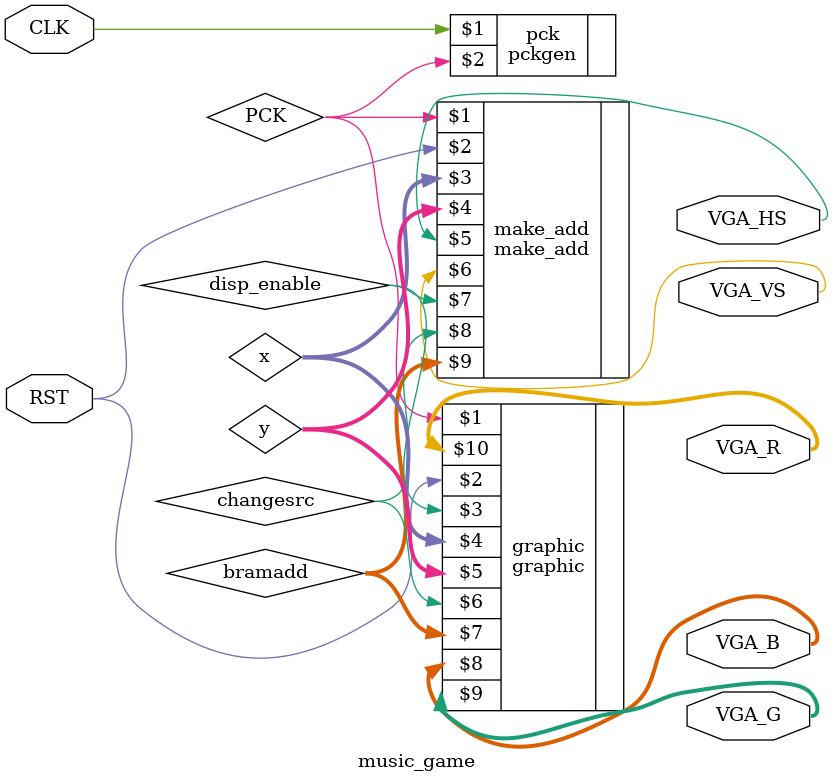
<source format=v>
`timescale 1ns / 1ps


module music_game( CLK, RST, VGA_B, VGA_G, VGA_R, VGA_HS, VGA_VS );
    input           CLK, RST;
    output  [3:0]   VGA_B, VGA_G, VGA_R;
    output          VGA_HS, VGA_VS;
    
    wire        PCK, disp_enable, changesrc;
    wire [9:0]  x, y; 
    wire [18:0] bramadd;
    
    pckgen pck( CLK, PCK );
    make_add make_add( PCK, RST, x, y, VGA_HS, VGA_VS, disp_enable, changesrc, bramadd );
    graphic graphic( PCK, RST, disp_enable, x, y, changesrc, bramadd, VGA_B, VGA_G, VGA_R );
     
endmodule

</source>
